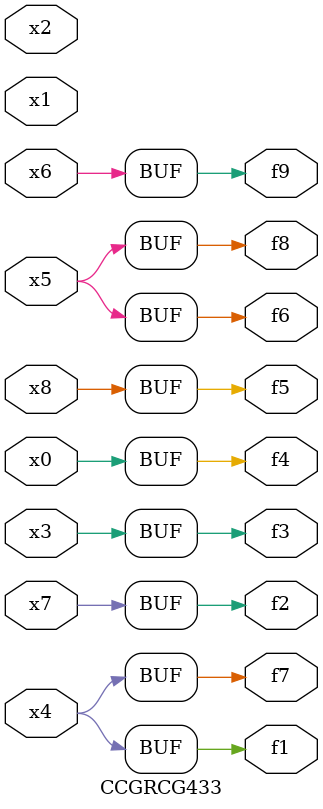
<source format=v>
module CCGRCG433(
	input x0, x1, x2, x3, x4, x5, x6, x7, x8,
	output f1, f2, f3, f4, f5, f6, f7, f8, f9
);
	assign f1 = x4;
	assign f2 = x7;
	assign f3 = x3;
	assign f4 = x0;
	assign f5 = x8;
	assign f6 = x5;
	assign f7 = x4;
	assign f8 = x5;
	assign f9 = x6;
endmodule

</source>
